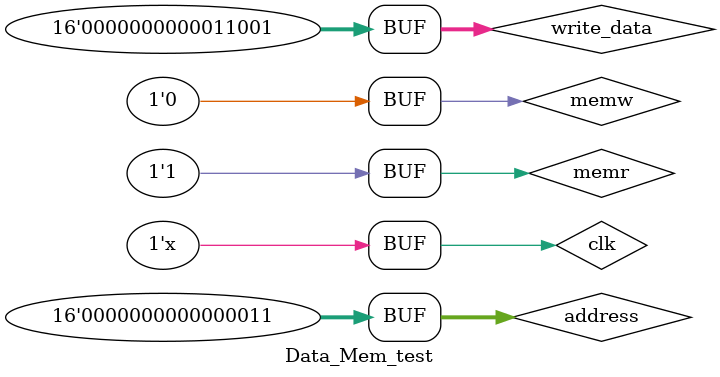
<source format=v>
`timescale 1ns / 1ps


module Data_Mem_test;

	// Inputs
	reg [15:0] address;
	reg [15:0] write_data;
	reg memw;
	reg memr;
	reg clk;

	// Outputs
	wire [15:0] read_data;

	// Instantiate the Unit Under Test (UUT)
	Data_Mem uut (
		.address(address), 
		.write_data(write_data), 
		.memw(memw), 
		.memr(memr), 
		.clk(clk), 
		.read_data(read_data)
	);

	initial begin
		// Initialize Inputs
		address = 0;
		write_data = 0;
		memw = 0;
		memr = 0;
		clk = 0;

		// Wait 100 ns for global reset to finish
		#100;
        
		// Add stimulus here
		address = 0;
		memr = 1;
		#100;
		address = 4;
		memw = 1;
		memr = 0;
		write_data = 25;
		#100;
		memw = 0;
		memr = 1;
		#100;
		address = 1;
		#100;
		address = 2;
		#100;
		address = 3;
		#100;
	end
	always #20 clk = ~clk;
endmodule
</source>
